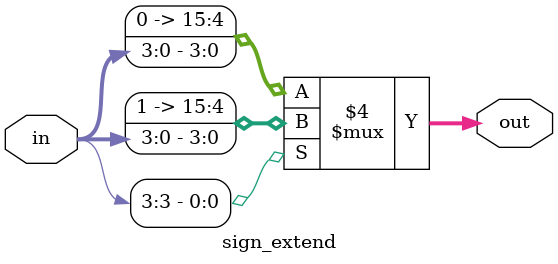
<source format=v>


module test_extend;

// Declare variables to be connected to inputs and outputs
reg [3:0] in;
wire [15:0] out;

sign_extend extend(out,in);

initial
begin
	in=4'b0011;                        // check for zero extend
	#1 $display("in=%b out=%b",in,out);

	in=4'b1110;                        // check for sign extend
	#1 $display("in=%b out=%b",in,out);

end

endmodule

// module for sign extend
module sign_extend(out,in);

// Declare variables to be connected to inputs and outputs
input [3:0] in;       // 4-bit input
output reg [15:0] out;  // 12-bit output

always @(in)
begin

if(in[3]==1)
out <= {1'b1,1'b1,1'b1,1'b1,1'b1,1'b1,1'b1,1'b1,1'b1,1'b1,1'b1,1'b1,in};   // sign extend with  1
else
out <= {1'b0,1'b0,1'b0,1'b0,1'b0,1'b0,1'b0,1'b0,1'b0,1'b0,1'b0,1'b0,in};   // sign extend with  0
end

endmodule

</source>
